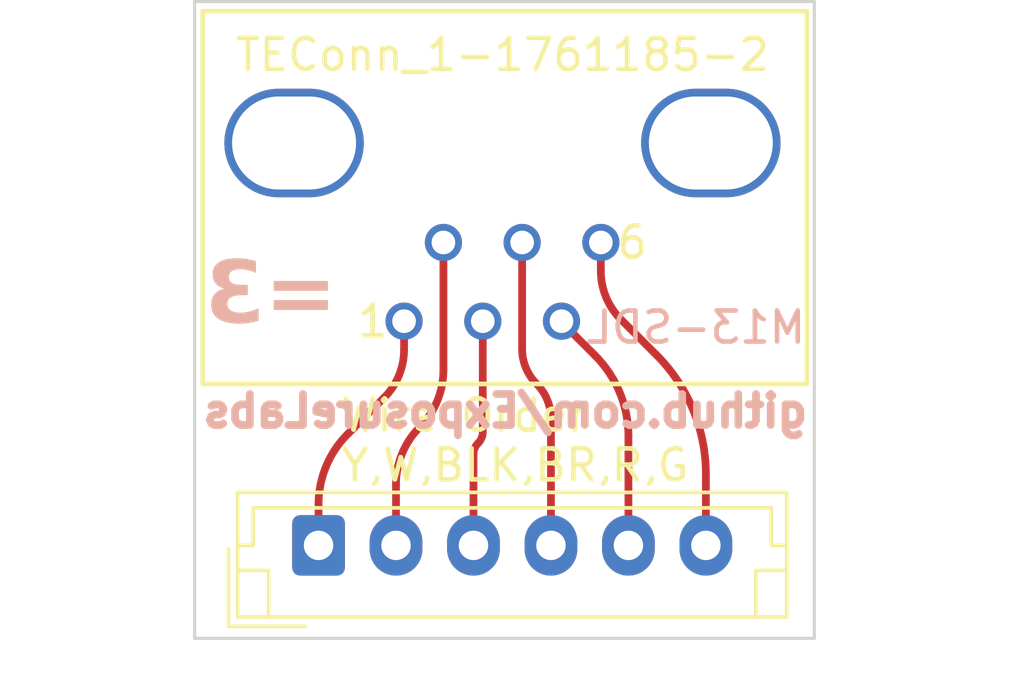
<source format=kicad_pcb>
(kicad_pcb (version 20221018) (generator pcbnew)
  (title_block (title "M13-SDL") (rev "2") (company "N/A"))
  (layers (0 "F.Cu" signal) (31 "B.Cu" signal) (34 "B.Paste" user) (35 "F.Paste" user) (36 "B.SilkS" user "B.Silkscreen") (37 "F.SilkS" user "F.Silkscreen") (38 "B.Mask" user) (39 "F.Mask" user) (44 "Edge.Cuts" user))
  (net 0 "")
  (footprint "Connector_JST:JST_EH_B6B-EH-A_1x06_P2.50mm_Vertical" (layer "F.Cu") (at 140 113.75)
    (fp_text reference "REF**" hide)
    (fp_text value "JST_EH_B6B-EH-A_1x06_P2.50mm_Vertical")
    (fp_line (start -2.91 0.11) (end -2.91 2.61) (stroke (width 0.12)) (layer "F.SilkS"))
    (fp_line (start -2.91 2.61) (end -0.41 2.61) (stroke (width 0.12)) (layer "F.SilkS"))
    (fp_line (start -2.61 -1.71) (end -2.61 2.31) (stroke (width 0.12)) (layer "F.SilkS"))
    (fp_line (start -2.61 0) (end -2.11 0) (stroke (width 0.12)) (layer "F.SilkS"))
    (fp_line (start -2.61 0.81) (end -1.61 0.81) (stroke (width 0.12)) (layer "F.SilkS"))
    (fp_line (start -2.61 2.31) (end 15.11 2.31) (stroke (width 0.12)) (layer "F.SilkS"))
    (fp_line (start -2.11 -1.21) (end 14.61 -1.21) (stroke (width 0.12)) (layer "F.SilkS"))
    (fp_line (start -2.11 0) (end -2.11 -1.21) (stroke (width 0.12)) (layer "F.SilkS"))
    (fp_line (start -1.61 0.81) (end -1.61 2.31) (stroke (width 0.12)) (layer "F.SilkS"))
    (fp_line (start 14.11 0.81) (end 14.11 2.31) (stroke (width 0.12)) (layer "F.SilkS"))
    (fp_line (start 14.61 -1.21) (end 14.61 0) (stroke (width 0.12)) (layer "F.SilkS"))
    (fp_line (start 14.61 0) (end 15.11 0) (stroke (width 0.12)) (layer "F.SilkS"))
    (fp_line (start 15.11 -1.71) (end -2.61 -1.71) (stroke (width 0.12)) (layer "F.SilkS"))
    (fp_line (start 15.11 0.81) (end 14.11 0.81) (stroke (width 0.12)) (layer "F.SilkS"))
    (fp_line (start 15.11 2.31) (end 15.11 -1.71) (stroke (width 0.12)) (layer "F.SilkS"))
    (pad "1" thru_hole roundrect (at 0 0) (size 1.7 1.95) (drill 0.95) (layers "*.Cu" "*.Mask") (roundrect_rratio 0.1470588235))
    (pad "2" thru_hole oval (at 2.5 0) (size 1.7 1.95) (drill 0.95) (layers "*.Cu" "*.Mask"))
    (pad "3" thru_hole oval (at 5 0) (size 1.7 1.95) (drill 0.95) (layers "*.Cu" "*.Mask"))
    (pad "4" thru_hole oval (at 7.5 0) (size 1.7 1.95) (drill 0.95) (layers "*.Cu" "*.Mask"))
    (pad "5" thru_hole oval (at 10 0) (size 1.7 1.95) (drill 0.95) (layers "*.Cu" "*.Mask"))
    (pad "6" thru_hole oval (at 12.5 0) (size 1.7 1.95) (drill 0.95) (layers "*.Cu" "*.Mask"))
  )
  (footprint "Library:CONN_1-1761185-2_TYC" (layer "F.Cu") (at 142.76 106.515)
    (fp_text reference "REF**" hide)
    (fp_text value "TEConn_1-1761185-2" (at 3.175 -8.6 unlocked) (layer "F.SilkS"))
    (fp_text user "6" (at 7.366 -2.54 unlocked) (layer "F.SilkS"))
    (fp_text user "1" (at -1.016 0 unlocked) (layer "F.SilkS"))
    (fp_line (start -6.5 2.025) (end -6.5 -10) (stroke (width 0.1524)) (layer "F.SilkS"))
    (fp_line (start -6.5 2.025) (end 13 2.025) (stroke (width 0.1524)) (layer "F.SilkS"))
    (fp_line (start 13 -10) (end -6.5 -10) (stroke (width 0.1524)) (layer "F.SilkS"))
    (fp_line (start 13 2.025) (end 13 -10) (stroke (width 0.1524)) (layer "F.SilkS"))
    (pad "1" thru_hole circle (at 0 0) (size 1.2 1.2) (drill 0.762) (layers "*.Cu" "*.Mask"))
    (pad "3" thru_hole circle (at 2.54 0) (size 1.2 1.2) (drill 0.762) (layers "*.Cu" "*.Mask"))
    (pad "5" thru_hole circle (at 5.08 0) (size 1.2 1.2) (drill 0.762) (layers "*.Cu" "*.Mask"))
    (pad "8" thru_hole circle (at 1.27 -2.54) (size 1.2 1.2) (drill 0.762) (layers "*.Cu" "*.Mask"))
    (pad "10" thru_hole circle (at 3.81 -2.54) (size 1.2 1.2) (drill 0.762) (layers "*.Cu" "*.Mask"))
    (pad "12" thru_hole circle (at 6.35 -2.54) (size 1.2 1.2) (drill 0.762) (layers "*.Cu" "*.Mask"))
    (pad "13" thru_hole oval (at -3.55 -5.75) (size 4.5 3.5) (drill oval 4 3) (layers "*.Cu" "*.Mask"))
    (pad "14" thru_hole oval (at 9.9 -5.75) (size 4.5 3.5) (drill oval 4 3) (layers "*.Cu" "*.Mask"))
  )
  (gr_line (start 156 96.2) (end 156 116.75) (stroke (width 0.1)) (layer "Edge.Cuts"))
  (gr_line (start 136 96.2) (end 156 96.2) (stroke (width 0.1)) (layer "Edge.Cuts"))
  (gr_line (start 156 116.75) (end 136 116.75) (stroke (width 0.1)) (layer "Edge.Cuts"))
  (gr_line (start 136 116.75) (end 136 96.2) (stroke (width 0.1)) (layer "Edge.Cuts"))
  (gr_text "M13-SDL\n" (at 155.8 107.3) (layer "B.SilkS") (effects (font (size 1 1)) (justify left bottom mirror)))
  (gr_text "github.com/ExposureLabs" (at 155.9 110) (layer "B.SilkS") (effects (font (size 1 1) (thickness 0.25) bold) (justify left bottom mirror)))
  (gr_text "=3" (at 140.6 106.9) (layer "B.SilkS") (effects (font (size 2 2) (thickness 0.3) bold) (justify left bottom mirror)))
  (gr_text "Wire Order\nY,W,BLK,BR,R,G" (at 140.65 111.75) (layer "F.SilkS") (effects (font (size 1 1)) (justify left bottom)))
  (segment (start 140.936916 110.163083) (end 142.114765 108.985234) (width 0.25) (layer "F.Cu") (net 0))
  (segment (start 147.5 109.657609) (end 147.5 113.75) (width 0.25) (layer "F.Cu") (net 0))
  (segment (start 145 110.812132) (end 145 113.75) (width 0.25) (layer "F.Cu") (net 0))
  (segment (start 147.84 106.5275) (end 147.84 106.515) (width 0.25) (layer "F.Cu") (net 0))
  (segment (start 149.11 104.8925) (end 149.11 103.975) (width 0.25) (layer "F.Cu") (net 0))
  (segment (start 144.03 108.088126) (end 144.03 103.975) (width 0.25) (layer "F.Cu") (net 0))
  (segment (start 145.15 106.665) (end 145 106.815) (width 0.25) (layer "F.Cu") (net 0))
  (segment (start 140 112.425) (end 140 113.75) (width 0.25) (layer "F.Cu") (net 0))
  (segment (start 145.3 106.727132) (end 145.3 110.087867) (width 0.25) (layer "F.Cu") (net 0))
  (segment (start 148.92 107.62) (end 147.848838 106.548838) (width 0.25) (layer "F.Cu") (net 0))
  (segment (start 142.5 111.781873) (end 142.5 113.75) (width 0.25) (layer "F.Cu") (net 0))
  (segment (start 146.57 107.41239) (end 146.57 103.975) (width 0.25) (layer "F.Cu") (net 0))
  (segment (start 142.76 107.4275) (end 142.76 106.515) (width 0.25) (layer "F.Cu") (net 0))
  (segment (start 152.5 111.453963) (end 152.5 113.75) (width 0.25) (layer "F.Cu") (net 0))
  (segment (start 150.906207 107.606207) (end 149.75877 106.45877) (width 0.25) (layer "F.Cu") (net 0))
  (segment (start 150 110.22735) (end 150 113.75) (width 0.25) (layer "F.Cu") (net 0))
  (arc (start 149.11 104.8925) (mid 149.278609 105.740159) (end 149.75877 106.45877) (width 0.25) (layer "F.Cu") (net 0))
  (arc (start 147.84 106.5275) (mid 147.842296 106.539048) (end 147.848838 106.548838) (width 0.25) (layer "F.Cu") (net 0))
  (arc (start 144.03 108.088126) (mid 143.831182 109.087647) (end 143.265 109.935) (width 0.25) (layer "F.Cu") (net 0))
  (arc (start 150.906207 107.606207) (mid 152.085786 109.371572) (end 152.5 111.453963) (width 0.25) (layer "F.Cu") (net 0))
  (arc (start 143.265 109.935) (mid 142.698817 110.782352) (end 142.5 111.781873) (width 0.25) (layer "F.Cu") (net 0))
  (arc (start 145.3 106.727132) (mid 145.245757 106.645952) (end 145.15 106.665) (width 0.25) (layer "F.Cu") (net 0))
  (arc (start 142.76 107.4275) (mid 142.592308 108.270539) (end 142.114765 108.985234) (width 0.25) (layer "F.Cu") (net 0))
  (arc (start 147.035 108.535) (mid 147.37915 109.050057) (end 147.5 109.657609) (width 0.25) (layer "F.Cu") (net 0))
  (arc (start 145.15 110.45) (mid 145.038983 110.616147) (end 145 110.812132) (width 0.25) (layer "F.Cu") (net 0))
  (arc (start 140.936916 110.163083) (mid 140.243496 111.200859) (end 140 112.425) (width 0.25) (layer "F.Cu") (net 0))
  (arc (start 145.3 110.087867) (mid 145.261016 110.283852) (end 145.15 110.45) (width 0.25) (layer "F.Cu") (net 0))
  (arc (start 146.57 107.41239) (mid 146.690849 108.019942) (end 147.035 108.535) (width 0.25) (layer "F.Cu") (net 0))
  (arc (start 148.92 107.62) (mid 149.719317 108.816262) (end 150 110.22735) (width 0.25) (layer "F.Cu") (net 0))
)
</source>
